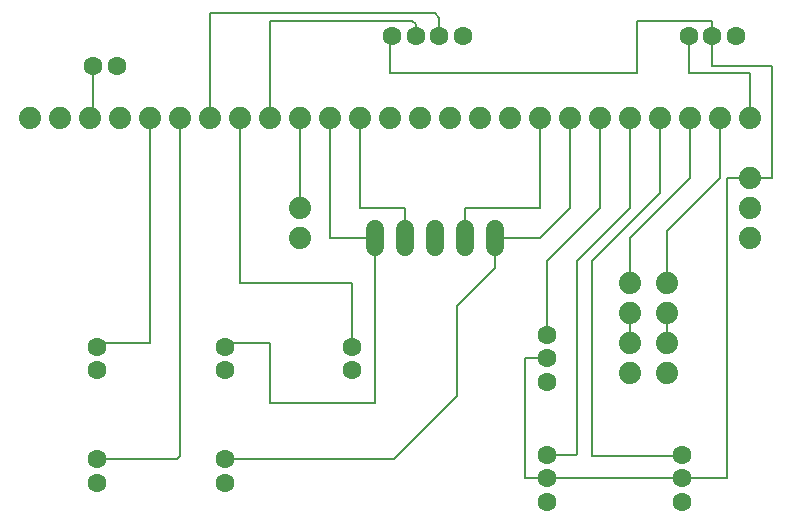
<source format=gbr>
G04 EAGLE Gerber RS-274X export*
G75*
%MOMM*%
%FSLAX34Y34*%
%LPD*%
%INTop Copper*%
%IPPOS*%
%AMOC8*
5,1,8,0,0,1.08239X$1,22.5*%
G01*
G04 Define Apertures*
%ADD10C,1.524000*%
%ADD11C,1.879600*%
%ADD12C,1.600000*%
%ADD13C,0.152400*%
D10*
X317500Y246380D02*
X317500Y261620D01*
X342900Y261620D02*
X342900Y246380D01*
X368300Y246380D02*
X368300Y261620D01*
X393700Y261620D02*
X393700Y246380D01*
X419100Y246380D02*
X419100Y261620D01*
D11*
X25400Y355600D03*
X50800Y355600D03*
X76200Y355600D03*
X101600Y355600D03*
X127000Y355600D03*
X152400Y355600D03*
X177800Y355600D03*
X203200Y355600D03*
X228600Y355600D03*
X254000Y355600D03*
X279400Y355600D03*
X304800Y355600D03*
X330200Y355600D03*
X355600Y355600D03*
X381000Y355600D03*
X406400Y355600D03*
X431800Y355600D03*
X457200Y355600D03*
X482600Y355600D03*
X508000Y355600D03*
X533400Y355600D03*
X558800Y355600D03*
X584200Y355600D03*
X609600Y355600D03*
X635000Y355600D03*
X635000Y254000D03*
X635000Y279400D03*
X635000Y304800D03*
D12*
X331950Y425450D03*
X351950Y425450D03*
X371950Y425450D03*
X391950Y425450D03*
X82550Y142400D03*
X82550Y162400D03*
X82550Y47150D03*
X82550Y67150D03*
X298450Y142400D03*
X298450Y162400D03*
X190500Y142400D03*
X190500Y162400D03*
X190500Y47150D03*
X190500Y67150D03*
X463550Y132400D03*
X463550Y152400D03*
X463550Y172400D03*
X463550Y30800D03*
X463550Y50800D03*
X463550Y70800D03*
X577850Y30800D03*
X577850Y50800D03*
X577850Y70800D03*
X583250Y425450D03*
X603250Y425450D03*
X623250Y425450D03*
X78900Y400050D03*
X98900Y400050D03*
D11*
X254000Y279400D03*
X254000Y254000D03*
X533400Y165100D03*
X533400Y139700D03*
X565150Y165100D03*
X565150Y139700D03*
X533400Y215900D03*
X533400Y190500D03*
X565150Y215900D03*
X565150Y190500D03*
D13*
X85250Y165100D02*
X82550Y162400D01*
X85250Y165100D02*
X127000Y165100D01*
X127000Y355600D01*
X152400Y355600D02*
X152400Y69850D01*
X149700Y67150D01*
X82550Y67150D01*
X298450Y162400D02*
X298450Y215900D01*
X203200Y215900D01*
X203200Y355600D01*
X351950Y425450D02*
X351950Y435450D01*
X349250Y438150D01*
X228600Y438150D01*
X228600Y355600D01*
X393700Y279400D02*
X393700Y254000D01*
X393700Y279400D02*
X457200Y279400D01*
X457200Y355600D01*
X482600Y279400D02*
X457200Y254000D01*
X482600Y279400D02*
X482600Y355600D01*
X457200Y254000D02*
X419100Y254000D01*
X333850Y67150D02*
X190500Y67150D01*
X333850Y67150D02*
X387350Y120650D01*
X387350Y196850D01*
X419100Y228600D01*
X419100Y254000D01*
X463550Y70800D02*
X488000Y70800D01*
X488950Y71750D01*
X488950Y234950D02*
X533400Y279400D01*
X533400Y355600D01*
X488950Y234950D02*
X488950Y71750D01*
X533400Y254000D02*
X584200Y304800D01*
X584200Y355600D01*
X533400Y254000D02*
X533400Y215900D01*
X78900Y358300D02*
X78900Y400050D01*
X78900Y358300D02*
X76200Y355600D01*
X371950Y425450D02*
X371950Y440850D01*
X368300Y444500D01*
X177800Y444500D01*
X177800Y355600D01*
X279400Y254000D02*
X317500Y254000D01*
X279400Y254000D02*
X279400Y355600D01*
X193200Y165100D02*
X190500Y162400D01*
X193200Y165100D02*
X228600Y165100D01*
X228600Y114300D01*
X317500Y114300D01*
X317500Y254000D01*
X342900Y254000D02*
X342900Y279400D01*
X304800Y279400D01*
X304800Y355600D01*
X577850Y70800D02*
X576900Y69850D01*
X501650Y69850D01*
X501650Y234950D02*
X558800Y292100D01*
X558800Y355600D01*
X501650Y234950D02*
X501650Y69850D01*
X565150Y260350D02*
X609600Y304800D01*
X609600Y355600D01*
X565150Y260350D02*
X565150Y215900D01*
X635000Y355600D02*
X635000Y393700D01*
X583250Y393700D02*
X583250Y425450D01*
X583250Y393700D02*
X635000Y393700D01*
X254000Y355600D02*
X254000Y279400D01*
X463550Y234950D02*
X508000Y279400D01*
X508000Y355600D01*
X463550Y234950D02*
X463550Y172400D01*
X463550Y50800D02*
X577850Y50800D01*
X463550Y50800D02*
X444500Y50800D01*
X444500Y152400D01*
X463550Y152400D01*
X635000Y304800D02*
X654050Y304800D01*
X654050Y400050D01*
X603250Y400050D01*
X603250Y425450D01*
X603250Y438150D01*
X539750Y438150D01*
X539750Y393700D01*
X330200Y393700D02*
X330200Y423700D01*
X331950Y425450D01*
X330200Y393700D02*
X539750Y393700D01*
X615950Y304800D02*
X635000Y304800D01*
X615950Y304800D02*
X615950Y50800D01*
X577850Y50800D01*
X533400Y165100D02*
X533400Y190500D01*
X565150Y190500D02*
X565150Y165100D01*
M02*

</source>
